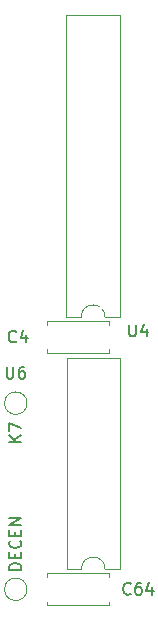
<source format=gbr>
%TF.GenerationSoftware,KiCad,Pcbnew,7.0.9*%
%TF.CreationDate,2024-01-21T19:13:07+01:00*%
%TF.ProjectId,rev-1-fix,7265762d-312d-4666-9978-2e6b69636164,rev?*%
%TF.SameCoordinates,Original*%
%TF.FileFunction,Legend,Top*%
%TF.FilePolarity,Positive*%
%FSLAX46Y46*%
G04 Gerber Fmt 4.6, Leading zero omitted, Abs format (unit mm)*
G04 Created by KiCad (PCBNEW 7.0.9) date 2024-01-21 19:13:07*
%MOMM*%
%LPD*%
G01*
G04 APERTURE LIST*
%ADD10C,0.150000*%
%ADD11C,0.120000*%
%ADD12R,2.400000X1.600000*%
%ADD13O,2.400000X1.600000*%
%ADD14C,1.600000*%
%ADD15C,1.500000*%
%ADD16O,1.700000X1.700000*%
G04 APERTURE END LIST*
D10*
X110798095Y-118599819D02*
X110798095Y-119409342D01*
X110798095Y-119409342D02*
X110845714Y-119504580D01*
X110845714Y-119504580D02*
X110893333Y-119552200D01*
X110893333Y-119552200D02*
X110988571Y-119599819D01*
X110988571Y-119599819D02*
X111179047Y-119599819D01*
X111179047Y-119599819D02*
X111274285Y-119552200D01*
X111274285Y-119552200D02*
X111321904Y-119504580D01*
X111321904Y-119504580D02*
X111369523Y-119409342D01*
X111369523Y-119409342D02*
X111369523Y-118599819D01*
X112274285Y-118599819D02*
X112083809Y-118599819D01*
X112083809Y-118599819D02*
X111988571Y-118647438D01*
X111988571Y-118647438D02*
X111940952Y-118695057D01*
X111940952Y-118695057D02*
X111845714Y-118837914D01*
X111845714Y-118837914D02*
X111798095Y-119028390D01*
X111798095Y-119028390D02*
X111798095Y-119409342D01*
X111798095Y-119409342D02*
X111845714Y-119504580D01*
X111845714Y-119504580D02*
X111893333Y-119552200D01*
X111893333Y-119552200D02*
X111988571Y-119599819D01*
X111988571Y-119599819D02*
X112179047Y-119599819D01*
X112179047Y-119599819D02*
X112274285Y-119552200D01*
X112274285Y-119552200D02*
X112321904Y-119504580D01*
X112321904Y-119504580D02*
X112369523Y-119409342D01*
X112369523Y-119409342D02*
X112369523Y-119171247D01*
X112369523Y-119171247D02*
X112321904Y-119076009D01*
X112321904Y-119076009D02*
X112274285Y-119028390D01*
X112274285Y-119028390D02*
X112179047Y-118980771D01*
X112179047Y-118980771D02*
X111988571Y-118980771D01*
X111988571Y-118980771D02*
X111893333Y-119028390D01*
X111893333Y-119028390D02*
X111845714Y-119076009D01*
X111845714Y-119076009D02*
X111798095Y-119171247D01*
X121158095Y-115024819D02*
X121158095Y-115834342D01*
X121158095Y-115834342D02*
X121205714Y-115929580D01*
X121205714Y-115929580D02*
X121253333Y-115977200D01*
X121253333Y-115977200D02*
X121348571Y-116024819D01*
X121348571Y-116024819D02*
X121539047Y-116024819D01*
X121539047Y-116024819D02*
X121634285Y-115977200D01*
X121634285Y-115977200D02*
X121681904Y-115929580D01*
X121681904Y-115929580D02*
X121729523Y-115834342D01*
X121729523Y-115834342D02*
X121729523Y-115024819D01*
X122634285Y-115358152D02*
X122634285Y-116024819D01*
X122396190Y-114977200D02*
X122158095Y-115691485D01*
X122158095Y-115691485D02*
X122777142Y-115691485D01*
X121292142Y-137799580D02*
X121244523Y-137847200D01*
X121244523Y-137847200D02*
X121101666Y-137894819D01*
X121101666Y-137894819D02*
X121006428Y-137894819D01*
X121006428Y-137894819D02*
X120863571Y-137847200D01*
X120863571Y-137847200D02*
X120768333Y-137751961D01*
X120768333Y-137751961D02*
X120720714Y-137656723D01*
X120720714Y-137656723D02*
X120673095Y-137466247D01*
X120673095Y-137466247D02*
X120673095Y-137323390D01*
X120673095Y-137323390D02*
X120720714Y-137132914D01*
X120720714Y-137132914D02*
X120768333Y-137037676D01*
X120768333Y-137037676D02*
X120863571Y-136942438D01*
X120863571Y-136942438D02*
X121006428Y-136894819D01*
X121006428Y-136894819D02*
X121101666Y-136894819D01*
X121101666Y-136894819D02*
X121244523Y-136942438D01*
X121244523Y-136942438D02*
X121292142Y-136990057D01*
X122149285Y-136894819D02*
X121958809Y-136894819D01*
X121958809Y-136894819D02*
X121863571Y-136942438D01*
X121863571Y-136942438D02*
X121815952Y-136990057D01*
X121815952Y-136990057D02*
X121720714Y-137132914D01*
X121720714Y-137132914D02*
X121673095Y-137323390D01*
X121673095Y-137323390D02*
X121673095Y-137704342D01*
X121673095Y-137704342D02*
X121720714Y-137799580D01*
X121720714Y-137799580D02*
X121768333Y-137847200D01*
X121768333Y-137847200D02*
X121863571Y-137894819D01*
X121863571Y-137894819D02*
X122054047Y-137894819D01*
X122054047Y-137894819D02*
X122149285Y-137847200D01*
X122149285Y-137847200D02*
X122196904Y-137799580D01*
X122196904Y-137799580D02*
X122244523Y-137704342D01*
X122244523Y-137704342D02*
X122244523Y-137466247D01*
X122244523Y-137466247D02*
X122196904Y-137371009D01*
X122196904Y-137371009D02*
X122149285Y-137323390D01*
X122149285Y-137323390D02*
X122054047Y-137275771D01*
X122054047Y-137275771D02*
X121863571Y-137275771D01*
X121863571Y-137275771D02*
X121768333Y-137323390D01*
X121768333Y-137323390D02*
X121720714Y-137371009D01*
X121720714Y-137371009D02*
X121673095Y-137466247D01*
X123101666Y-137228152D02*
X123101666Y-137894819D01*
X122863571Y-136847200D02*
X122625476Y-137561485D01*
X122625476Y-137561485D02*
X123244523Y-137561485D01*
X112014819Y-124944094D02*
X111014819Y-124944094D01*
X112014819Y-124372666D02*
X111443390Y-124801237D01*
X111014819Y-124372666D02*
X111586247Y-124944094D01*
X111014819Y-124039332D02*
X111014819Y-123372666D01*
X111014819Y-123372666D02*
X112014819Y-123801237D01*
X112014819Y-135794475D02*
X111014819Y-135794475D01*
X111014819Y-135794475D02*
X111014819Y-135556380D01*
X111014819Y-135556380D02*
X111062438Y-135413523D01*
X111062438Y-135413523D02*
X111157676Y-135318285D01*
X111157676Y-135318285D02*
X111252914Y-135270666D01*
X111252914Y-135270666D02*
X111443390Y-135223047D01*
X111443390Y-135223047D02*
X111586247Y-135223047D01*
X111586247Y-135223047D02*
X111776723Y-135270666D01*
X111776723Y-135270666D02*
X111871961Y-135318285D01*
X111871961Y-135318285D02*
X111967200Y-135413523D01*
X111967200Y-135413523D02*
X112014819Y-135556380D01*
X112014819Y-135556380D02*
X112014819Y-135794475D01*
X111491009Y-134794475D02*
X111491009Y-134461142D01*
X112014819Y-134318285D02*
X112014819Y-134794475D01*
X112014819Y-134794475D02*
X111014819Y-134794475D01*
X111014819Y-134794475D02*
X111014819Y-134318285D01*
X111919580Y-133318285D02*
X111967200Y-133365904D01*
X111967200Y-133365904D02*
X112014819Y-133508761D01*
X112014819Y-133508761D02*
X112014819Y-133603999D01*
X112014819Y-133603999D02*
X111967200Y-133746856D01*
X111967200Y-133746856D02*
X111871961Y-133842094D01*
X111871961Y-133842094D02*
X111776723Y-133889713D01*
X111776723Y-133889713D02*
X111586247Y-133937332D01*
X111586247Y-133937332D02*
X111443390Y-133937332D01*
X111443390Y-133937332D02*
X111252914Y-133889713D01*
X111252914Y-133889713D02*
X111157676Y-133842094D01*
X111157676Y-133842094D02*
X111062438Y-133746856D01*
X111062438Y-133746856D02*
X111014819Y-133603999D01*
X111014819Y-133603999D02*
X111014819Y-133508761D01*
X111014819Y-133508761D02*
X111062438Y-133365904D01*
X111062438Y-133365904D02*
X111110057Y-133318285D01*
X111491009Y-132889713D02*
X111491009Y-132556380D01*
X112014819Y-132413523D02*
X112014819Y-132889713D01*
X112014819Y-132889713D02*
X111014819Y-132889713D01*
X111014819Y-132889713D02*
X111014819Y-132413523D01*
X112014819Y-131984951D02*
X111014819Y-131984951D01*
X111014819Y-131984951D02*
X112014819Y-131413523D01*
X112014819Y-131413523D02*
X111014819Y-131413523D01*
X111593333Y-116439580D02*
X111545714Y-116487200D01*
X111545714Y-116487200D02*
X111402857Y-116534819D01*
X111402857Y-116534819D02*
X111307619Y-116534819D01*
X111307619Y-116534819D02*
X111164762Y-116487200D01*
X111164762Y-116487200D02*
X111069524Y-116391961D01*
X111069524Y-116391961D02*
X111021905Y-116296723D01*
X111021905Y-116296723D02*
X110974286Y-116106247D01*
X110974286Y-116106247D02*
X110974286Y-115963390D01*
X110974286Y-115963390D02*
X111021905Y-115772914D01*
X111021905Y-115772914D02*
X111069524Y-115677676D01*
X111069524Y-115677676D02*
X111164762Y-115582438D01*
X111164762Y-115582438D02*
X111307619Y-115534819D01*
X111307619Y-115534819D02*
X111402857Y-115534819D01*
X111402857Y-115534819D02*
X111545714Y-115582438D01*
X111545714Y-115582438D02*
X111593333Y-115630057D01*
X112450476Y-115868152D02*
X112450476Y-116534819D01*
X112212381Y-115487200D02*
X111974286Y-116201485D01*
X111974286Y-116201485D02*
X112593333Y-116201485D01*
D11*
%TO.C,U6*%
X120375000Y-135715000D02*
X120375000Y-117815000D01*
X120375000Y-117815000D02*
X115875000Y-117815000D01*
X119125000Y-135715000D02*
X120375000Y-135715000D01*
X115875000Y-135715000D02*
X117125000Y-135715000D01*
X115875000Y-117815000D02*
X115875000Y-135715000D01*
X119125000Y-135715000D02*
G75*
G03*
X117125000Y-135715000I-1000000J0D01*
G01*
%TO.C,U4*%
X120360000Y-114360000D02*
X120360000Y-88840000D01*
X120360000Y-88840000D02*
X115860000Y-88840000D01*
X119110000Y-114360000D02*
X120360000Y-114360000D01*
X115860000Y-114360000D02*
X117110000Y-114360000D01*
X115860000Y-88840000D02*
X115860000Y-114360000D01*
X119110000Y-114360000D02*
G75*
G03*
X117110000Y-114360000I-1000000J0D01*
G01*
%TO.C,C64*%
X114220000Y-136070000D02*
X114220000Y-136385000D01*
X114220000Y-136070000D02*
X119460000Y-136070000D01*
X114220000Y-138495000D02*
X114220000Y-138810000D01*
X114220000Y-138810000D02*
X119460000Y-138810000D01*
X119460000Y-136070000D02*
X119460000Y-136385000D01*
X119460000Y-138495000D02*
X119460000Y-138810000D01*
%TO.C,TP1*%
X112510000Y-121680000D02*
G75*
G03*
X112510000Y-121680000I-950000J0D01*
G01*
%TO.C,TP2*%
X112510000Y-137440000D02*
G75*
G03*
X112510000Y-137440000I-950000J0D01*
G01*
%TO.C,C4*%
X114220000Y-114710000D02*
X114220000Y-115025000D01*
X114220000Y-114710000D02*
X119460000Y-114710000D01*
X114220000Y-117135000D02*
X114220000Y-117450000D01*
X114220000Y-117450000D02*
X119460000Y-117450000D01*
X119460000Y-114710000D02*
X119460000Y-115025000D01*
X119460000Y-117135000D02*
X119460000Y-117450000D01*
%TD*%
%LPC*%
D12*
%TO.C,U6*%
X121935000Y-134385000D03*
D13*
X121935000Y-131845000D03*
X121935000Y-129305000D03*
X121935000Y-126765000D03*
X121935000Y-124225000D03*
X121935000Y-121685000D03*
X121935000Y-119145000D03*
X114315000Y-119145000D03*
X114315000Y-121685000D03*
X114315000Y-124225000D03*
X114315000Y-126765000D03*
X114315000Y-129305000D03*
X114315000Y-131845000D03*
X114315000Y-134385000D03*
%TD*%
D12*
%TO.C,U4*%
X121920000Y-113030000D03*
D13*
X121920000Y-110490000D03*
X121920000Y-107950000D03*
X121920000Y-105410000D03*
X121920000Y-102870000D03*
X121920000Y-100330000D03*
X121920000Y-97790000D03*
X121920000Y-95250000D03*
X121920000Y-92710000D03*
X121920000Y-90170000D03*
X114300000Y-90170000D03*
X114300000Y-92710000D03*
X114300000Y-95250000D03*
X114300000Y-97790000D03*
X114300000Y-100330000D03*
X114300000Y-102870000D03*
X114300000Y-105410000D03*
X114300000Y-107950000D03*
X114300000Y-110490000D03*
X114300000Y-113030000D03*
%TD*%
D14*
%TO.C,C64*%
X114340000Y-137440000D03*
X119340000Y-137440000D03*
%TD*%
D15*
%TO.C,TP1*%
X111560000Y-121680000D03*
%TD*%
%TO.C,TP2*%
X111560000Y-137440000D03*
%TD*%
D14*
%TO.C,C4*%
X114340000Y-116080000D03*
X119340000Y-116080000D03*
%TD*%
D16*
%TO.C,J1*%
X119380000Y-113030000D03*
X119380000Y-110490000D03*
X119380000Y-107950000D03*
X119380000Y-105410000D03*
X119380000Y-102870000D03*
X119380000Y-100330000D03*
X119380000Y-97790000D03*
X119380000Y-95250000D03*
X119380000Y-92710000D03*
X119380000Y-90170000D03*
%TD*%
%TO.C,J2*%
X111760000Y-90170000D03*
X111760000Y-92710000D03*
X111760000Y-95250000D03*
X111760000Y-97790000D03*
X111760000Y-100330000D03*
X111760000Y-102870000D03*
X111760000Y-105410000D03*
X111760000Y-107950000D03*
X111760000Y-110490000D03*
X111760000Y-113030000D03*
%TD*%
%LPD*%
M02*

</source>
